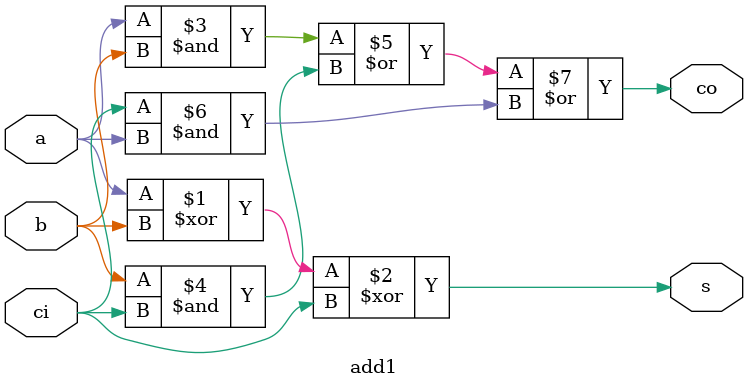
<source format=v>
/************************************************
  The Verilog HDL code example is from the book
  Computer Principles and Design in Verilog HDL
  by Yamin Li, published by A JOHN WILEY & SONS
************************************************/
module add1 (a,b,ci,s,co);                   // full adder, dataflow style
    input  a, b, ci;                         // inputs:  a, b, carry_in
    output s, co;                            // outputs: sum, carry_out
    assign s  = a ^ b ^ ci;                  // sum of inputs
    assign co = a & b | b & ci | ci & a;     // carry_out
endmodule

</source>
